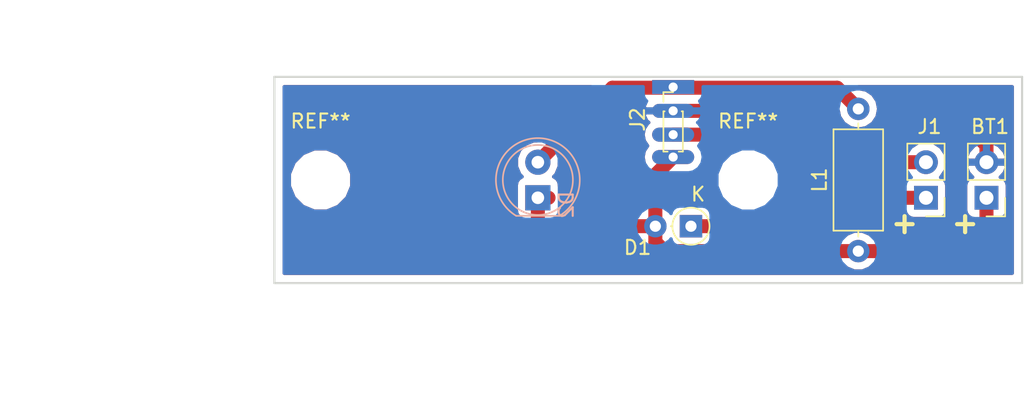
<source format=kicad_pcb>
(kicad_pcb (version 20171130) (host pcbnew 5.0.1-33cea8e~68~ubuntu18.04.1)

  (general
    (thickness 1.6)
    (drawings 14)
    (tracks 29)
    (zones 0)
    (modules 8)
    (nets 6)
  )

  (page A4)
  (layers
    (0 F.Cu signal)
    (31 B.Cu signal)
    (32 B.Adhes user)
    (33 F.Adhes user)
    (34 B.Paste user)
    (35 F.Paste user)
    (36 B.SilkS user)
    (37 F.SilkS user)
    (38 B.Mask user)
    (39 F.Mask user)
    (40 Dwgs.User user)
    (41 Cmts.User user)
    (42 Eco1.User user)
    (43 Eco2.User user)
    (44 Edge.Cuts user)
    (45 Margin user)
    (46 B.CrtYd user)
    (47 F.CrtYd user)
    (48 B.Fab user)
    (49 F.Fab user)
  )

  (setup
    (last_trace_width 0.25)
    (trace_clearance 0.2)
    (zone_clearance 0.508)
    (zone_45_only no)
    (trace_min 0.2)
    (segment_width 0.2)
    (edge_width 0.15)
    (via_size 0.8)
    (via_drill 0.4)
    (via_min_size 0.8)
    (via_min_drill 0.3)
    (uvia_size 0.3)
    (uvia_drill 0.1)
    (uvias_allowed no)
    (uvia_min_size 0.3)
    (uvia_min_drill 0.1)
    (pcb_text_width 0.3)
    (pcb_text_size 1.5 1.5)
    (mod_edge_width 0.15)
    (mod_text_size 1 1)
    (mod_text_width 0.15)
    (pad_size 3.2 3.2)
    (pad_drill 3.2)
    (pad_to_mask_clearance 0.051)
    (solder_mask_min_width 0.25)
    (aux_axis_origin 0 0)
    (visible_elements FFFFFF7F)
    (pcbplotparams
      (layerselection 0x010f0_ffffffff)
      (usegerberextensions true)
      (usegerberattributes false)
      (usegerberadvancedattributes false)
      (creategerberjobfile false)
      (excludeedgelayer true)
      (linewidth 0.100000)
      (plotframeref false)
      (viasonmask false)
      (mode 1)
      (useauxorigin false)
      (hpglpennumber 1)
      (hpglpenspeed 20)
      (hpglpendiameter 15.000000)
      (psnegative false)
      (psa4output false)
      (plotreference true)
      (plotvalue true)
      (plotinvisibletext false)
      (padsonsilk true)
      (subtractmaskfromsilk false)
      (outputformat 1)
      (mirror false)
      (drillshape 0)
      (scaleselection 1)
      (outputdirectory "TEST190318/"))
  )

  (net 0 "")
  (net 1 "Net-(BT1-Pad1)")
  (net 2 GND)
  (net 3 "Net-(D1-Pad1)")
  (net 4 "Net-(D2-Pad2)")
  (net 5 "Net-(J1-Pad2)")

  (net_class Default "This is the default net class."
    (clearance 0.2)
    (trace_width 0.25)
    (via_dia 0.8)
    (via_drill 0.4)
    (uvia_dia 0.3)
    (uvia_drill 0.1)
    (add_net GND)
    (add_net "Net-(BT1-Pad1)")
    (add_net "Net-(D1-Pad1)")
    (add_net "Net-(D2-Pad2)")
    (add_net "Net-(J1-Pad2)")
  )

  (module MountingHole:MountingHole_3.2mm_M3 (layer F.Cu) (tedit 56D1B4CB) (tstamp 5C9B3E1D)
    (at 149.62 100.33)
    (descr "Mounting Hole 3.2mm, no annular, M3")
    (tags "mounting hole 3.2mm no annular m3")
    (attr virtual)
    (fp_text reference REF** (at 0 -4.2) (layer F.SilkS)
      (effects (font (size 1 1) (thickness 0.15)))
    )
    (fp_text value MountingHole_3.2mm_M3 (at 7.118 -5.842) (layer F.Fab)
      (effects (font (size 1 1) (thickness 0.15)))
    )
    (fp_text user %R (at 0.3 0) (layer F.Fab)
      (effects (font (size 1 1) (thickness 0.15)))
    )
    (fp_circle (center 0 0) (end 3.2 0) (layer Cmts.User) (width 0.15))
    (fp_circle (center 0 0) (end 3.45 0) (layer F.CrtYd) (width 0.05))
    (pad 1 np_thru_hole circle (at 0 0) (size 3.2 3.2) (drill 3.2) (layers *.Cu *.Mask))
  )

  (module Connector_PinHeader_1.00mm:PinHeader_1x04_P1.00mm_Vertical (layer F.Cu) (tedit 5C1126AA) (tstamp 5BCF5ECB)
    (at 144.272 94.742)
    (descr "Through hole straight pin header, 1x04, 1.00mm pitch, single row")
    (tags "Through hole pin header THT 1x04 1.00mm single row")
    (path /5BC2EFDD)
    (fp_text reference J2 (at -2.54 1.27 90) (layer F.SilkS)
      (effects (font (size 1 1) (thickness 0.15)))
    )
    (fp_text value XY8018 (at -4.064 1.27 90) (layer F.Fab)
      (effects (font (size 1 1) (thickness 0.15)))
    )
    (fp_line (start -0.3175 -0.5) (end 0.635 -0.5) (layer F.Fab) (width 0.1))
    (fp_line (start 0.635 -0.5) (end 0.635 3.5) (layer F.Fab) (width 0.1))
    (fp_line (start 0.635 3.5) (end -0.635 3.5) (layer F.Fab) (width 0.1))
    (fp_line (start -0.635 3.5) (end -0.635 -0.1825) (layer F.Fab) (width 0.1))
    (fp_line (start -0.635 -0.1825) (end -0.3175 -0.5) (layer F.Fab) (width 0.1))
    (fp_line (start -0.695 3.56) (end -0.394493 3.56) (layer F.SilkS) (width 0.12))
    (fp_line (start 0.394493 3.56) (end 0.695 3.56) (layer F.SilkS) (width 0.12))
    (fp_line (start -0.695 0.685) (end -0.695 3.56) (layer F.SilkS) (width 0.12))
    (fp_line (start 0.695 0.685) (end 0.695 3.56) (layer F.SilkS) (width 0.12))
    (fp_line (start -0.695 0.685) (end -0.608276 0.685) (layer F.SilkS) (width 0.12))
    (fp_line (start 0.608276 0.685) (end 0.695 0.685) (layer F.SilkS) (width 0.12))
    (fp_line (start -0.695 0) (end -0.695 -0.685) (layer F.SilkS) (width 0.12))
    (fp_line (start -0.695 -0.685) (end 0 -0.685) (layer F.SilkS) (width 0.12))
    (fp_line (start -1.15 -1) (end -1.15 4) (layer F.CrtYd) (width 0.05))
    (fp_line (start -1.15 4) (end 1.15 4) (layer F.CrtYd) (width 0.05))
    (fp_line (start 1.15 4) (end 1.15 -1) (layer F.CrtYd) (width 0.05))
    (fp_line (start 1.15 -1) (end -1.15 -1) (layer F.CrtYd) (width 0.05))
    (fp_text user %R (at -2.54 1.524 90) (layer F.Fab)
      (effects (font (size 0.76 0.76) (thickness 0.114)))
    )
    (pad 1 thru_hole rect (at 0 -1.05) (size 3 1) (drill 0.65) (layers *.Cu *.Mask)
      (net 4 "Net-(D2-Pad2)"))
    (pad 2 thru_hole oval (at 0 0.65) (size 3 1) (drill 0.65) (layers *.Cu *.Mask)
      (net 2 GND))
    (pad 3 thru_hole oval (at 0 2.35) (size 3 1) (drill 0.65) (layers *.Cu *.Mask)
      (net 5 "Net-(J1-Pad2)"))
    (pad 4 thru_hole oval (at 0 3.95) (size 3 1) (drill 0.65) (layers *.Cu *.Mask)
      (net 1 "Net-(BT1-Pad1)"))
    (model ${KISYS3DMOD}/Connector_PinHeader_1.00mm.3dshapes/PinHeader_1x04_P1.00mm_Vertical.wrl
      (at (xyz 0 0 0))
      (scale (xyz 1 1 1))
      (rotate (xyz 0 0 0))
    )
  )

  (module Connector_PinHeader_2.54mm:PinHeader_1x02_P2.54mm_Vertical (layer F.Cu) (tedit 59FED5CC) (tstamp 5BCF5E78)
    (at 166.624 101.6 180)
    (descr "Through hole straight pin header, 1x02, 2.54mm pitch, single row")
    (tags "Through hole pin header THT 1x02 2.54mm single row")
    (path /5BC2E662)
    (fp_text reference BT1 (at -0.254 5.08 180) (layer F.SilkS)
      (effects (font (size 1 1) (thickness 0.15)))
    )
    (fp_text value Battery_Cell (at 2.54 -4.445 180) (layer F.Fab)
      (effects (font (size 1 1) (thickness 0.15)))
    )
    (fp_line (start -0.635 -1.27) (end 1.27 -1.27) (layer F.Fab) (width 0.1))
    (fp_line (start 1.27 -1.27) (end 1.27 3.81) (layer F.Fab) (width 0.1))
    (fp_line (start 1.27 3.81) (end -1.27 3.81) (layer F.Fab) (width 0.1))
    (fp_line (start -1.27 3.81) (end -1.27 -0.635) (layer F.Fab) (width 0.1))
    (fp_line (start -1.27 -0.635) (end -0.635 -1.27) (layer F.Fab) (width 0.1))
    (fp_line (start -1.33 3.87) (end 1.33 3.87) (layer F.SilkS) (width 0.12))
    (fp_line (start -1.33 1.27) (end -1.33 3.87) (layer F.SilkS) (width 0.12))
    (fp_line (start 1.33 1.27) (end 1.33 3.87) (layer F.SilkS) (width 0.12))
    (fp_line (start -1.33 1.27) (end 1.33 1.27) (layer F.SilkS) (width 0.12))
    (fp_line (start -1.33 0) (end -1.33 -1.33) (layer F.SilkS) (width 0.12))
    (fp_line (start -1.33 -1.33) (end 0 -1.33) (layer F.SilkS) (width 0.12))
    (fp_line (start -1.8 -1.8) (end -1.8 4.35) (layer F.CrtYd) (width 0.05))
    (fp_line (start -1.8 4.35) (end 1.8 4.35) (layer F.CrtYd) (width 0.05))
    (fp_line (start 1.8 4.35) (end 1.8 -1.8) (layer F.CrtYd) (width 0.05))
    (fp_line (start 1.8 -1.8) (end -1.8 -1.8) (layer F.CrtYd) (width 0.05))
    (fp_text user %R (at 0 5.08) (layer F.Fab)
      (effects (font (size 1 1) (thickness 0.15)))
    )
    (pad 1 thru_hole rect (at 0 0 180) (size 1.7 1.7) (drill 1) (layers *.Cu *.Mask)
      (net 1 "Net-(BT1-Pad1)"))
    (pad 2 thru_hole oval (at 0 2.54 180) (size 1.7 1.7) (drill 1) (layers *.Cu *.Mask)
      (net 2 GND))
    (model ${KISYS3DMOD}/Connector_PinHeader_2.54mm.3dshapes/PinHeader_1x02_P2.54mm_Vertical.wrl
      (at (xyz 0 0 0))
      (scale (xyz 1 1 1))
      (rotate (xyz 0 0 0))
    )
  )

  (module Diode_THT:D_DO-35_SOD27_P2.54mm_Vertical_AnodeUp (layer F.Cu) (tedit 5C1DE7F8) (tstamp 5BCF5E89)
    (at 145.542 103.632 180)
    (descr "Diode, DO-35_SOD27 series, Axial, Vertical, pin pitch=2.54mm, , length*diameter=4*2mm^2, , http://www.diodes.com/_files/packages/DO-35.pdf")
    (tags "Diode DO-35_SOD27 series Axial Vertical pin pitch 2.54mm  length 4mm diameter 2mm")
    (path /5BC2E746)
    (fp_text reference D1 (at 3.81 -1.524 180) (layer F.SilkS)
      (effects (font (size 1 1) (thickness 0.15)))
    )
    (fp_text value DIODE (at -3.81 0 180) (layer F.Fab)
      (effects (font (size 1 1) (thickness 0.15)))
    )
    (fp_circle (center 0 0) (end 1 0) (layer F.Fab) (width 0.1))
    (fp_circle (center 0 0) (end 1.326371 0) (layer F.SilkS) (width 0.12))
    (fp_line (start 0 0) (end 2.54 0) (layer F.Fab) (width 0.1))
    (fp_line (start 1.326371 0) (end 1.44 0) (layer F.SilkS) (width 0.12))
    (fp_line (start -1.25 -1.25) (end -1.25 1.25) (layer F.CrtYd) (width 0.05))
    (fp_line (start -1.25 1.25) (end 3.59 1.25) (layer F.CrtYd) (width 0.05))
    (fp_line (start 3.59 1.25) (end 3.59 -1.25) (layer F.CrtYd) (width 0.05))
    (fp_line (start 3.59 -1.25) (end -1.25 -1.25) (layer F.CrtYd) (width 0.05))
    (fp_text user %R (at 3.81 -1.27 180) (layer F.Fab)
      (effects (font (size 1 1) (thickness 0.15)))
    )
    (fp_text user K (at -0.762 2.286 180) (layer F.Fab)
      (effects (font (size 1 1) (thickness 0.15)))
    )
    (fp_text user K (at -0.508 2.286 180) (layer F.SilkS)
      (effects (font (size 1 1) (thickness 0.15)))
    )
    (pad 1 thru_hole rect (at 0 0 180) (size 1.6 1.6) (drill 0.8) (layers *.Cu *.Mask)
      (net 3 "Net-(D1-Pad1)"))
    (pad 2 thru_hole oval (at 2.54 0 180) (size 1.6 1.6) (drill 0.8) (layers *.Cu *.Mask)
      (net 1 "Net-(BT1-Pad1)"))
    (model ${KISYS3DMOD}/Diode_THT.3dshapes/D_DO-35_SOD27_P2.54mm_Vertical_AnodeUp.wrl
      (at (xyz 0 0 0))
      (scale (xyz 1 1 1))
      (rotate (xyz 0 0 0))
    )
  )

  (module LED_THT:LED_D5.0mm (layer B.Cu) (tedit 5995936A) (tstamp 5BCF5E9B)
    (at 134.62 101.6 90)
    (descr "LED, diameter 5.0mm, 2 pins, http://cdn-reichelt.de/documents/datenblatt/A500/LL-504BC2E-009.pdf")
    (tags "LED diameter 5.0mm 2 pins")
    (path /5BC2ECD9)
    (fp_text reference D2 (at -0.508 2.032 90) (layer B.SilkS)
      (effects (font (size 1 1) (thickness 0.15)) (justify mirror))
    )
    (fp_text value LED (at 1.27 -3.96 90) (layer B.Fab)
      (effects (font (size 1 1) (thickness 0.15)) (justify mirror))
    )
    (fp_arc (start 1.27 0) (end -1.23 1.469694) (angle -299.1) (layer B.Fab) (width 0.1))
    (fp_arc (start 1.27 0) (end -1.29 1.54483) (angle -148.9) (layer B.SilkS) (width 0.12))
    (fp_arc (start 1.27 0) (end -1.29 -1.54483) (angle 148.9) (layer B.SilkS) (width 0.12))
    (fp_circle (center 1.27 0) (end 3.77 0) (layer B.Fab) (width 0.1))
    (fp_circle (center 1.27 0) (end 3.77 0) (layer B.SilkS) (width 0.12))
    (fp_line (start -1.23 1.469694) (end -1.23 -1.469694) (layer B.Fab) (width 0.1))
    (fp_line (start -1.29 1.545) (end -1.29 -1.545) (layer B.SilkS) (width 0.12))
    (fp_line (start -1.95 3.25) (end -1.95 -3.25) (layer B.CrtYd) (width 0.05))
    (fp_line (start -1.95 -3.25) (end 4.5 -3.25) (layer B.CrtYd) (width 0.05))
    (fp_line (start 4.5 -3.25) (end 4.5 3.25) (layer B.CrtYd) (width 0.05))
    (fp_line (start 4.5 3.25) (end -1.95 3.25) (layer B.CrtYd) (width 0.05))
    (fp_text user %R (at 3.556 1.778 90) (layer B.Fab)
      (effects (font (size 0.8 0.8) (thickness 0.2)) (justify mirror))
    )
    (pad 1 thru_hole rect (at 0 0 90) (size 1.8 1.8) (drill 0.9) (layers *.Cu *.Mask)
      (net 1 "Net-(BT1-Pad1)"))
    (pad 2 thru_hole circle (at 2.54 0 90) (size 1.8 1.8) (drill 0.9) (layers *.Cu *.Mask)
      (net 4 "Net-(D2-Pad2)"))
    (model ${KISYS3DMOD}/LED_THT.3dshapes/LED_D5.0mm.wrl
      (at (xyz 0 0 0))
      (scale (xyz 1 1 1))
      (rotate (xyz 0 0 0))
    )
  )

  (module Connector_PinHeader_2.54mm:PinHeader_1x02_P2.54mm_Vertical (layer F.Cu) (tedit 5BC2F80A) (tstamp 5BCF5EB1)
    (at 162.306 101.6 180)
    (descr "Through hole straight pin header, 1x02, 2.54mm pitch, single row")
    (tags "Through hole pin header THT 1x02 2.54mm single row")
    (path /5BC2EDD6)
    (fp_text reference J1 (at -0.254 5.08 180) (layer F.SilkS)
      (effects (font (size 1 1) (thickness 0.15)))
    )
    (fp_text value Solar (at 0.635 -2.54 180) (layer F.Fab)
      (effects (font (size 1 1) (thickness 0.15)))
    )
    (fp_text user %R (at 0 5.08) (layer F.Fab)
      (effects (font (size 1 1) (thickness 0.15)))
    )
    (fp_line (start 1.8 -1.8) (end -1.8 -1.8) (layer F.CrtYd) (width 0.05))
    (fp_line (start 1.8 4.35) (end 1.8 -1.8) (layer F.CrtYd) (width 0.05))
    (fp_line (start -1.8 4.35) (end 1.8 4.35) (layer F.CrtYd) (width 0.05))
    (fp_line (start -1.8 -1.8) (end -1.8 4.35) (layer F.CrtYd) (width 0.05))
    (fp_line (start -1.33 -1.33) (end 0 -1.33) (layer F.SilkS) (width 0.12))
    (fp_line (start -1.33 0) (end -1.33 -1.33) (layer F.SilkS) (width 0.12))
    (fp_line (start -1.33 1.27) (end 1.33 1.27) (layer F.SilkS) (width 0.12))
    (fp_line (start 1.33 1.27) (end 1.33 3.87) (layer F.SilkS) (width 0.12))
    (fp_line (start -1.33 1.27) (end -1.33 3.87) (layer F.SilkS) (width 0.12))
    (fp_line (start -1.33 3.87) (end 1.33 3.87) (layer F.SilkS) (width 0.12))
    (fp_line (start -1.27 -0.635) (end -0.635 -1.27) (layer F.Fab) (width 0.1))
    (fp_line (start -1.27 3.81) (end -1.27 -0.635) (layer F.Fab) (width 0.1))
    (fp_line (start 1.27 3.81) (end -1.27 3.81) (layer F.Fab) (width 0.1))
    (fp_line (start 1.27 -1.27) (end 1.27 3.81) (layer F.Fab) (width 0.1))
    (fp_line (start -0.635 -1.27) (end 1.27 -1.27) (layer F.Fab) (width 0.1))
    (pad 2 thru_hole oval (at 0 2.54 180) (size 1.7 1.7) (drill 1) (layers *.Cu *.Mask)
      (net 5 "Net-(J1-Pad2)"))
    (pad 1 thru_hole rect (at 0 0 180) (size 1.7 1.7) (drill 1) (layers *.Cu *.Mask)
      (net 3 "Net-(D1-Pad1)"))
    (model ${KISYS3DMOD}/Connector_PinHeader_2.54mm.3dshapes/PinHeader_1x02_P2.54mm_Vertical.wrl
      (at (xyz 0 0 0))
      (scale (xyz 1 1 1))
      (rotate (xyz 0 0 0))
    )
  )

  (module Inductor_THT:L_Axial_L7.0mm_D3.3mm_P10.16mm_Horizontal_Fastron_MICC (layer F.Cu) (tedit 5AE59B05) (tstamp 5BCF5EE2)
    (at 157.48 105.41 90)
    (descr "Inductor, Axial series, Axial, Horizontal, pin pitch=10.16mm, , length*diameter=7*3.3mm^2, Fastron, MICC, http://www.fastrongroup.com/image-show/70/MICC.pdf?type=Complete-DataSheet&productType=series")
    (tags "Inductor Axial series Axial Horizontal pin pitch 10.16mm  length 7mm diameter 3.3mm Fastron MICC")
    (path /5BC2EBC5)
    (fp_text reference L1 (at 5.08 -2.77 90) (layer F.SilkS)
      (effects (font (size 1 1) (thickness 0.15)))
    )
    (fp_text value INDUCTOR (at 5.08 1.27 90) (layer F.Fab)
      (effects (font (size 1 1) (thickness 0.15)))
    )
    (fp_line (start 1.58 -1.65) (end 1.58 1.65) (layer F.Fab) (width 0.1))
    (fp_line (start 1.58 1.65) (end 8.58 1.65) (layer F.Fab) (width 0.1))
    (fp_line (start 8.58 1.65) (end 8.58 -1.65) (layer F.Fab) (width 0.1))
    (fp_line (start 8.58 -1.65) (end 1.58 -1.65) (layer F.Fab) (width 0.1))
    (fp_line (start 0 0) (end 1.58 0) (layer F.Fab) (width 0.1))
    (fp_line (start 10.16 0) (end 8.58 0) (layer F.Fab) (width 0.1))
    (fp_line (start 1.46 -1.77) (end 1.46 1.77) (layer F.SilkS) (width 0.12))
    (fp_line (start 1.46 1.77) (end 8.7 1.77) (layer F.SilkS) (width 0.12))
    (fp_line (start 8.7 1.77) (end 8.7 -1.77) (layer F.SilkS) (width 0.12))
    (fp_line (start 8.7 -1.77) (end 1.46 -1.77) (layer F.SilkS) (width 0.12))
    (fp_line (start 1.04 0) (end 1.46 0) (layer F.SilkS) (width 0.12))
    (fp_line (start 9.12 0) (end 8.7 0) (layer F.SilkS) (width 0.12))
    (fp_line (start -1.05 -1.9) (end -1.05 1.9) (layer F.CrtYd) (width 0.05))
    (fp_line (start -1.05 1.9) (end 11.21 1.9) (layer F.CrtYd) (width 0.05))
    (fp_line (start 11.21 1.9) (end 11.21 -1.9) (layer F.CrtYd) (width 0.05))
    (fp_line (start 11.21 -1.9) (end -1.05 -1.9) (layer F.CrtYd) (width 0.05))
    (fp_text user %R (at 5.334 -2.794 90) (layer F.Fab)
      (effects (font (size 1 1) (thickness 0.15)))
    )
    (pad 1 thru_hole circle (at 0 0 90) (size 1.6 1.6) (drill 0.8) (layers *.Cu *.Mask)
      (net 1 "Net-(BT1-Pad1)"))
    (pad 2 thru_hole oval (at 10.16 0 90) (size 1.6 1.6) (drill 0.8) (layers *.Cu *.Mask)
      (net 4 "Net-(D2-Pad2)"))
    (model ${KISYS3DMOD}/Inductor_THT.3dshapes/L_Axial_L7.0mm_D3.3mm_P10.16mm_Horizontal_Fastron_MICC.wrl
      (at (xyz 0 0 0))
      (scale (xyz 1 1 1))
      (rotate (xyz 0 0 0))
    )
  )

  (module MountingHole:MountingHole_3.2mm_M3 (layer F.Cu) (tedit 56D1B4CB) (tstamp 5C9B3D5D)
    (at 119.12 100.33)
    (descr "Mounting Hole 3.2mm, no annular, M3")
    (tags "mounting hole 3.2mm no annular m3")
    (attr virtual)
    (fp_text reference REF** (at 0 -4.2) (layer F.SilkS)
      (effects (font (size 1 1) (thickness 0.15)))
    )
    (fp_text value MountingHole_3.2mm_M3 (at 7.118 -5.842) (layer F.Fab)
      (effects (font (size 1 1) (thickness 0.15)))
    )
    (fp_circle (center 0 0) (end 3.45 0) (layer F.CrtYd) (width 0.05))
    (fp_circle (center 0 0) (end 3.2 0) (layer Cmts.User) (width 0.15))
    (fp_text user %R (at 0.3 0) (layer F.Fab)
      (effects (font (size 1 1) (thickness 0.15)))
    )
    (pad 1 np_thru_hole circle (at 0 0) (size 3.2 3.2) (drill 3.2) (layers *.Cu *.Mask))
  )

  (gr_text GeeTsuku (at 122.936 105.156) (layer F.CrtYd)
    (effects (font (size 1.5 1.5) (thickness 0.3)))
  )
  (dimension 15.748 (width 0.3) (layer F.CrtYd)
    (gr_text "15.748 mm" (at 161.29 117.416) (layer F.CrtYd)
      (effects (font (size 1.5 1.5) (thickness 0.3)))
    )
    (feature1 (pts (xy 169.164 100.33) (xy 169.164 115.902421)))
    (feature2 (pts (xy 153.416 100.33) (xy 153.416 115.902421)))
    (crossbar (pts (xy 153.416 115.316) (xy 169.164 115.316)))
    (arrow1a (pts (xy 169.164 115.316) (xy 168.037496 115.902421)))
    (arrow1b (pts (xy 169.164 115.316) (xy 168.037496 114.729579)))
    (arrow2a (pts (xy 153.416 115.316) (xy 154.542504 115.902421)))
    (arrow2b (pts (xy 153.416 115.316) (xy 154.542504 114.729579)))
  )
  (dimension 53.34 (width 0.3) (layer F.CrtYd)
    (gr_text "53.340 mm" (at 142.494 88.578) (layer F.CrtYd)
      (effects (font (size 1.5 1.5) (thickness 0.3)))
    )
    (feature1 (pts (xy 169.164 92.964) (xy 169.164 90.091579)))
    (feature2 (pts (xy 115.824 92.964) (xy 115.824 90.091579)))
    (crossbar (pts (xy 115.824 90.678) (xy 169.164 90.678)))
    (arrow1a (pts (xy 169.164 90.678) (xy 168.037496 91.264421)))
    (arrow1b (pts (xy 169.164 90.678) (xy 168.037496 90.091579)))
    (arrow2a (pts (xy 115.824 90.678) (xy 116.950504 91.264421)))
    (arrow2b (pts (xy 115.824 90.678) (xy 116.950504 90.091579)))
  )
  (gr_line (start 115.824 107.696) (end 169.164 107.696) (layer Edge.Cuts) (width 0.15))
  (gr_line (start 169.164 92.964) (end 115.824 92.964) (layer Edge.Cuts) (width 0.15))
  (dimension 18.796 (width 0.3) (layer Dwgs.User)
    (gr_text "18.796 mm" (at 144.018 117.416) (layer Dwgs.User)
      (effects (font (size 1.5 1.5) (thickness 0.3)))
    )
    (feature1 (pts (xy 153.416 100.33) (xy 153.416 115.902421)))
    (feature2 (pts (xy 134.62 100.33) (xy 134.62 115.902421)))
    (crossbar (pts (xy 134.62 115.316) (xy 153.416 115.316)))
    (arrow1a (pts (xy 153.416 115.316) (xy 152.289496 115.902421)))
    (arrow1b (pts (xy 153.416 115.316) (xy 152.289496 114.729579)))
    (arrow2a (pts (xy 134.62 115.316) (xy 135.746504 115.902421)))
    (arrow2b (pts (xy 134.62 115.316) (xy 135.746504 114.729579)))
  )
  (dimension 18.796 (width 0.3) (layer Dwgs.User)
    (gr_text "18.796 mm" (at 125.222 117.416) (layer Dwgs.User)
      (effects (font (size 1.5 1.5) (thickness 0.3)))
    )
    (feature1 (pts (xy 115.824 100.33) (xy 115.824 115.902421)))
    (feature2 (pts (xy 134.62 100.33) (xy 134.62 115.902421)))
    (crossbar (pts (xy 134.62 115.316) (xy 115.824 115.316)))
    (arrow1a (pts (xy 115.824 115.316) (xy 116.950504 114.729579)))
    (arrow1b (pts (xy 115.824 115.316) (xy 116.950504 115.902421)))
    (arrow2a (pts (xy 134.62 115.316) (xy 133.493496 114.729579)))
    (arrow2b (pts (xy 134.62 115.316) (xy 133.493496 115.902421)))
  )
  (dimension 7.366 (width 0.3) (layer Dwgs.User)
    (gr_text "7.366 mm" (at 107.882 104.013 90) (layer Dwgs.User)
      (effects (font (size 1.5 1.5) (thickness 0.3)))
    )
    (feature1 (pts (xy 115.824 100.33) (xy 109.395579 100.33)))
    (feature2 (pts (xy 115.824 107.696) (xy 109.395579 107.696)))
    (crossbar (pts (xy 109.982 107.696) (xy 109.982 100.33)))
    (arrow1a (pts (xy 109.982 100.33) (xy 110.568421 101.456504)))
    (arrow1b (pts (xy 109.982 100.33) (xy 109.395579 101.456504)))
    (arrow2a (pts (xy 109.982 107.696) (xy 110.568421 106.569496)))
    (arrow2b (pts (xy 109.982 107.696) (xy 109.395579 106.569496)))
  )
  (dimension 7.366 (width 0.3) (layer Dwgs.User)
    (gr_text "7.366 mm" (at 107.742359 96.647 90) (layer Dwgs.User)
      (effects (font (size 1.5 1.5) (thickness 0.3)))
    )
    (feature1 (pts (xy 115.684359 92.964) (xy 109.255938 92.964)))
    (feature2 (pts (xy 115.684359 100.33) (xy 109.255938 100.33)))
    (crossbar (pts (xy 109.842359 100.33) (xy 109.842359 92.964)))
    (arrow1a (pts (xy 109.842359 92.964) (xy 110.42878 94.090504)))
    (arrow1b (pts (xy 109.842359 92.964) (xy 109.255938 94.090504)))
    (arrow2a (pts (xy 109.842359 100.33) (xy 110.42878 99.203496)))
    (arrow2b (pts (xy 109.842359 100.33) (xy 109.255938 99.203496)))
  )
  (dimension 14.732 (width 0.3) (layer Dwgs.User)
    (gr_text "14.732 mm" (at 101.786 100.33 270) (layer Dwgs.User)
      (effects (font (size 1.5 1.5) (thickness 0.3)))
    )
    (feature1 (pts (xy 115.824 107.696) (xy 103.299579 107.696)))
    (feature2 (pts (xy 115.824 92.964) (xy 103.299579 92.964)))
    (crossbar (pts (xy 103.886 92.964) (xy 103.886 107.696)))
    (arrow1a (pts (xy 103.886 107.696) (xy 103.299579 106.569496)))
    (arrow1b (pts (xy 103.886 107.696) (xy 104.472421 106.569496)))
    (arrow2a (pts (xy 103.886 92.964) (xy 103.299579 94.090504)))
    (arrow2b (pts (xy 103.886 92.964) (xy 104.472421 94.090504)))
  )
  (gr_line (start 169.164 107.696) (end 169.164 92.964) (layer Edge.Cuts) (width 0.15))
  (gr_line (start 115.824 92.964) (end 115.824 107.696) (layer Edge.Cuts) (width 0.15))
  (gr_text + (at 160.782 103.378) (layer F.SilkS)
    (effects (font (size 1.5 1.5) (thickness 0.3)))
  )
  (gr_text + (at 165.1 103.378) (layer F.SilkS)
    (effects (font (size 1.5 1.5) (thickness 0.3)))
  )

  (segment (start 135.382 101.6) (end 134.62 101.6) (width 1) (layer F.Cu) (net 1))
  (segment (start 158.61137 105.41) (end 157.48 105.41) (width 1) (layer F.Cu) (net 1))
  (segment (start 164.664 105.41) (end 158.61137 105.41) (width 1) (layer F.Cu) (net 1))
  (segment (start 166.624 103.45) (end 164.664 105.41) (width 1) (layer F.Cu) (net 1))
  (segment (start 166.624 101.6) (end 166.624 103.45) (width 1) (layer F.Cu) (net 1))
  (segment (start 143.002 104.76337) (end 143.002 103.632) (width 1) (layer F.Cu) (net 1))
  (segment (start 143.64863 105.41) (end 143.002 104.76337) (width 1) (layer F.Cu) (net 1))
  (segment (start 157.48 105.41) (end 143.64863 105.41) (width 1) (layer F.Cu) (net 1))
  (segment (start 143.002 99.962) (end 143.002 103.632) (width 1) (layer F.Cu) (net 1))
  (segment (start 144.272 98.692) (end 143.002 99.962) (width 1) (layer F.Cu) (net 1))
  (segment (start 134.62 103.5) (end 134.62 101.6) (width 1) (layer F.Cu) (net 1))
  (segment (start 134.752 103.632) (end 134.62 103.5) (width 1) (layer F.Cu) (net 1))
  (segment (start 143.002 103.632) (end 134.752 103.632) (width 1) (layer F.Cu) (net 1))
  (segment (start 166.624 97.857919) (end 165.032081 96.266) (width 1) (layer F.Cu) (net 2))
  (segment (start 166.624 99.06) (end 166.624 97.857919) (width 1) (layer F.Cu) (net 2))
  (segment (start 165.032081 96.266) (end 159.766 96.266) (width 1) (layer F.Cu) (net 2))
  (segment (start 159.766 96.266) (end 158.496 97.536) (width 1) (layer F.Cu) (net 2))
  (segment (start 158.496 97.536) (end 154.686 97.536) (width 1) (layer F.Cu) (net 2))
  (segment (start 152.542 95.392) (end 144.272 95.392) (width 1) (layer F.Cu) (net 2))
  (segment (start 154.686 97.536) (end 152.542 95.392) (width 1) (layer F.Cu) (net 2))
  (segment (start 152.908 103.632) (end 145.542 103.632) (width 1) (layer F.Cu) (net 3))
  (segment (start 162.306 101.6) (end 154.94 101.6) (width 1) (layer F.Cu) (net 3))
  (segment (start 154.94 101.6) (end 152.908 103.632) (width 1) (layer F.Cu) (net 3))
  (segment (start 139.94099 93.73901) (end 134.62 99.06) (width 1) (layer F.Cu) (net 4))
  (segment (start 157.48 95.25) (end 155.96901 93.73901) (width 1) (layer F.Cu) (net 4))
  (segment (start 155.96901 93.73901) (end 139.94099 93.73901) (width 1) (layer F.Cu) (net 4))
  (segment (start 162.306 99.06) (end 153.67 99.06) (width 1) (layer F.Cu) (net 5))
  (segment (start 151.702 97.092) (end 144.272 97.092) (width 1) (layer F.Cu) (net 5))
  (segment (start 153.67 99.06) (end 151.702 97.092) (width 1) (layer F.Cu) (net 5))

  (zone (net 2) (net_name GND) (layer F.Cu) (tstamp 0) (hatch edge 0.508)
    (connect_pads (clearance 0.508))
    (min_thickness 0.254)
    (fill yes (arc_segments 16) (thermal_gap 0.508) (thermal_bridge_width 0.508))
    (polygon
      (pts
        (xy 115.824 92.964) (xy 115.824 107.696) (xy 169.164 107.696) (xy 169.164 92.964)
      )
    )
    (filled_polygon
      (pts
        (xy 134.549869 97.525) (xy 134.31467 97.525) (xy 133.750493 97.75869) (xy 133.31869 98.190493) (xy 133.085 98.75467)
        (xy 133.085 99.36533) (xy 133.31869 99.929507) (xy 133.487908 100.098725) (xy 133.472235 100.101843) (xy 133.262191 100.242191)
        (xy 133.121843 100.452235) (xy 133.07256 100.7) (xy 133.07256 102.5) (xy 133.121843 102.747765) (xy 133.262191 102.957809)
        (xy 133.472235 103.098157) (xy 133.485 103.100696) (xy 133.485 103.388216) (xy 133.462765 103.5) (xy 133.538702 103.881762)
        (xy 133.550854 103.942854) (xy 133.801711 104.318289) (xy 133.880839 104.371161) (xy 133.933711 104.450289) (xy 134.309145 104.701146)
        (xy 134.49148 104.737415) (xy 134.751999 104.789235) (xy 134.863782 104.767) (xy 141.845487 104.767) (xy 141.867 104.875152)
        (xy 141.932854 105.206224) (xy 142.183711 105.581659) (xy 142.278482 105.644983) (xy 142.767017 106.133518) (xy 142.830341 106.228289)
        (xy 143.205775 106.479146) (xy 143.64863 106.567235) (xy 143.760413 106.545) (xy 156.585604 106.545) (xy 156.667138 106.626534)
        (xy 157.194561 106.845) (xy 157.765439 106.845) (xy 158.292862 106.626534) (xy 158.374396 106.545) (xy 164.552217 106.545)
        (xy 164.664 106.567235) (xy 164.775783 106.545) (xy 165.106855 106.479146) (xy 165.482289 106.228289) (xy 165.545613 106.133519)
        (xy 167.347524 104.331609) (xy 167.442289 104.268289) (xy 167.571538 104.074855) (xy 167.693146 103.892855) (xy 167.781235 103.45)
        (xy 167.759 103.338217) (xy 167.759 103.023277) (xy 167.931809 102.907809) (xy 168.072157 102.697765) (xy 168.12144 102.45)
        (xy 168.12144 100.75) (xy 168.072157 100.502235) (xy 167.931809 100.292191) (xy 167.721765 100.151843) (xy 167.618292 100.131261)
        (xy 167.895645 99.826924) (xy 168.065476 99.41689) (xy 167.944155 99.187) (xy 166.751 99.187) (xy 166.751 99.207)
        (xy 166.497 99.207) (xy 166.497 99.187) (xy 165.303845 99.187) (xy 165.182524 99.41689) (xy 165.352355 99.826924)
        (xy 165.629708 100.131261) (xy 165.526235 100.151843) (xy 165.316191 100.292191) (xy 165.175843 100.502235) (xy 165.12656 100.75)
        (xy 165.12656 102.45) (xy 165.175843 102.697765) (xy 165.316191 102.907809) (xy 165.462978 103.00589) (xy 164.193869 104.275)
        (xy 158.374396 104.275) (xy 158.292862 104.193466) (xy 157.765439 103.975) (xy 157.194561 103.975) (xy 156.667138 104.193466)
        (xy 156.585604 104.275) (xy 153.870131 104.275) (xy 155.410132 102.735) (xy 160.882723 102.735) (xy 160.998191 102.907809)
        (xy 161.208235 103.048157) (xy 161.456 103.09744) (xy 163.156 103.09744) (xy 163.403765 103.048157) (xy 163.613809 102.907809)
        (xy 163.754157 102.697765) (xy 163.80344 102.45) (xy 163.80344 100.75) (xy 163.754157 100.502235) (xy 163.613809 100.292191)
        (xy 163.403765 100.151843) (xy 163.358381 100.142816) (xy 163.376625 100.130625) (xy 163.704839 99.639418) (xy 163.820092 99.06)
        (xy 163.749103 98.70311) (xy 165.182524 98.70311) (xy 165.303845 98.933) (xy 166.497 98.933) (xy 166.497 97.739181)
        (xy 166.751 97.739181) (xy 166.751 98.933) (xy 167.944155 98.933) (xy 168.065476 98.70311) (xy 167.895645 98.293076)
        (xy 167.505358 97.864817) (xy 166.980892 97.618514) (xy 166.751 97.739181) (xy 166.497 97.739181) (xy 166.267108 97.618514)
        (xy 165.742642 97.864817) (xy 165.352355 98.293076) (xy 165.182524 98.70311) (xy 163.749103 98.70311) (xy 163.704839 98.480582)
        (xy 163.376625 97.989375) (xy 162.885418 97.661161) (xy 162.452256 97.575) (xy 162.159744 97.575) (xy 161.726582 97.661161)
        (xy 161.331719 97.925) (xy 154.140132 97.925) (xy 152.583613 96.368482) (xy 152.520289 96.273711) (xy 152.144855 96.022854)
        (xy 151.813783 95.957) (xy 151.702 95.934765) (xy 151.590217 95.957) (xy 146.236921 95.957) (xy 146.366119 95.693874)
        (xy 146.239954 95.519) (xy 144.399 95.519) (xy 144.399 95.539) (xy 144.145 95.539) (xy 144.145 95.519)
        (xy 142.304046 95.519) (xy 142.177881 95.693874) (xy 142.379632 96.104763) (xy 142.524175 96.226629) (xy 142.453711 96.273711)
        (xy 142.202854 96.649145) (xy 142.114765 97.092) (xy 142.202854 97.534855) (xy 142.441491 97.892) (xy 142.202854 98.249145)
        (xy 142.114765 98.692) (xy 142.202163 99.131382) (xy 142.183711 99.143711) (xy 141.94374 99.502854) (xy 141.932854 99.519146)
        (xy 141.844765 99.962) (xy 141.867 100.073783) (xy 141.867001 102.497) (xy 136.16744 102.497) (xy 136.16744 102.440238)
        (xy 136.200289 102.418289) (xy 136.451146 102.042855) (xy 136.539235 101.6) (xy 136.451146 101.157145) (xy 136.200289 100.781711)
        (xy 136.16744 100.759762) (xy 136.16744 100.7) (xy 136.118157 100.452235) (xy 135.977809 100.242191) (xy 135.767765 100.101843)
        (xy 135.752092 100.098725) (xy 135.92131 99.929507) (xy 136.155 99.36533) (xy 136.155 99.130131) (xy 140.411122 94.87401)
        (xy 142.283996 94.87401) (xy 142.177881 95.090126) (xy 142.304046 95.265) (xy 144.145 95.265) (xy 144.145 95.245)
        (xy 144.399 95.245) (xy 144.399 95.265) (xy 146.239954 95.265) (xy 146.366119 95.090126) (xy 146.260004 94.87401)
        (xy 155.498879 94.87401) (xy 156.052151 95.427283) (xy 156.12826 95.809909) (xy 156.445423 96.284577) (xy 156.920091 96.60174)
        (xy 157.338667 96.685) (xy 157.621333 96.685) (xy 158.039909 96.60174) (xy 158.514577 96.284577) (xy 158.83174 95.809909)
        (xy 158.943113 95.25) (xy 158.83174 94.690091) (xy 158.514577 94.215423) (xy 158.039909 93.89826) (xy 157.657283 93.822151)
        (xy 157.509132 93.674) (xy 168.454001 93.674) (xy 168.454 106.986) (xy 116.534 106.986) (xy 116.534 99.885431)
        (xy 116.885 99.885431) (xy 116.885 100.774569) (xy 117.225259 101.596026) (xy 117.853974 102.224741) (xy 118.675431 102.565)
        (xy 119.564569 102.565) (xy 120.386026 102.224741) (xy 121.014741 101.596026) (xy 121.355 100.774569) (xy 121.355 99.885431)
        (xy 121.014741 99.063974) (xy 120.386026 98.435259) (xy 119.564569 98.095) (xy 118.675431 98.095) (xy 117.853974 98.435259)
        (xy 117.225259 99.063974) (xy 116.885 99.885431) (xy 116.534 99.885431) (xy 116.534 93.674) (xy 138.400868 93.674)
      )
    )
  )
  (zone (net 2) (net_name GND) (layer B.Cu) (tstamp 0) (hatch edge 0.508)
    (connect_pads (clearance 0.508))
    (min_thickness 0.254)
    (fill yes (arc_segments 16) (thermal_gap 0.508) (thermal_bridge_width 0.508))
    (polygon
      (pts
        (xy 115.824 92.964) (xy 115.824 107.696) (xy 169.164 107.696) (xy 169.164 92.964)
      )
    )
    (filled_polygon
      (pts
        (xy 142.12456 94.192) (xy 142.173843 94.439765) (xy 142.314191 94.649809) (xy 142.374346 94.690003) (xy 142.177881 95.090126)
        (xy 142.304046 95.265) (xy 144.145 95.265) (xy 144.145 95.245) (xy 144.399 95.245) (xy 144.399 95.265)
        (xy 146.239954 95.265) (xy 146.250775 95.25) (xy 156.016887 95.25) (xy 156.12826 95.809909) (xy 156.445423 96.284577)
        (xy 156.920091 96.60174) (xy 157.338667 96.685) (xy 157.621333 96.685) (xy 158.039909 96.60174) (xy 158.514577 96.284577)
        (xy 158.83174 95.809909) (xy 158.943113 95.25) (xy 158.83174 94.690091) (xy 158.514577 94.215423) (xy 158.039909 93.89826)
        (xy 157.621333 93.815) (xy 157.338667 93.815) (xy 156.920091 93.89826) (xy 156.445423 94.215423) (xy 156.12826 94.690091)
        (xy 156.016887 95.25) (xy 146.250775 95.25) (xy 146.366119 95.090126) (xy 146.169654 94.690003) (xy 146.229809 94.649809)
        (xy 146.370157 94.439765) (xy 146.41944 94.192) (xy 146.41944 93.674) (xy 168.454001 93.674) (xy 168.454 106.986)
        (xy 116.534 106.986) (xy 116.534 105.124561) (xy 156.045 105.124561) (xy 156.045 105.695439) (xy 156.263466 106.222862)
        (xy 156.667138 106.626534) (xy 157.194561 106.845) (xy 157.765439 106.845) (xy 158.292862 106.626534) (xy 158.696534 106.222862)
        (xy 158.915 105.695439) (xy 158.915 105.124561) (xy 158.696534 104.597138) (xy 158.292862 104.193466) (xy 157.765439 103.975)
        (xy 157.194561 103.975) (xy 156.667138 104.193466) (xy 156.263466 104.597138) (xy 156.045 105.124561) (xy 116.534 105.124561)
        (xy 116.534 103.632) (xy 141.538887 103.632) (xy 141.65026 104.191909) (xy 141.967423 104.666577) (xy 142.442091 104.98374)
        (xy 142.860667 105.067) (xy 143.143333 105.067) (xy 143.561909 104.98374) (xy 144.036577 104.666577) (xy 144.117215 104.545894)
        (xy 144.143843 104.679765) (xy 144.284191 104.889809) (xy 144.494235 105.030157) (xy 144.742 105.07944) (xy 146.342 105.07944)
        (xy 146.589765 105.030157) (xy 146.799809 104.889809) (xy 146.940157 104.679765) (xy 146.98944 104.432) (xy 146.98944 102.832)
        (xy 146.940157 102.584235) (xy 146.799809 102.374191) (xy 146.589765 102.233843) (xy 146.342 102.18456) (xy 144.742 102.18456)
        (xy 144.494235 102.233843) (xy 144.284191 102.374191) (xy 144.143843 102.584235) (xy 144.117215 102.718106) (xy 144.036577 102.597423)
        (xy 143.561909 102.28026) (xy 143.143333 102.197) (xy 142.860667 102.197) (xy 142.442091 102.28026) (xy 141.967423 102.597423)
        (xy 141.65026 103.072091) (xy 141.538887 103.632) (xy 116.534 103.632) (xy 116.534 99.885431) (xy 116.885 99.885431)
        (xy 116.885 100.774569) (xy 117.225259 101.596026) (xy 117.853974 102.224741) (xy 118.675431 102.565) (xy 119.564569 102.565)
        (xy 120.386026 102.224741) (xy 121.014741 101.596026) (xy 121.355 100.774569) (xy 121.355 100.7) (xy 133.07256 100.7)
        (xy 133.07256 102.5) (xy 133.121843 102.747765) (xy 133.262191 102.957809) (xy 133.472235 103.098157) (xy 133.72 103.14744)
        (xy 135.52 103.14744) (xy 135.767765 103.098157) (xy 135.977809 102.957809) (xy 136.118157 102.747765) (xy 136.16744 102.5)
        (xy 136.16744 100.7) (xy 136.118157 100.452235) (xy 135.977809 100.242191) (xy 135.767765 100.101843) (xy 135.752092 100.098725)
        (xy 135.92131 99.929507) (xy 135.939566 99.885431) (xy 147.385 99.885431) (xy 147.385 100.774569) (xy 147.725259 101.596026)
        (xy 148.353974 102.224741) (xy 149.175431 102.565) (xy 150.064569 102.565) (xy 150.886026 102.224741) (xy 151.514741 101.596026)
        (xy 151.855 100.774569) (xy 151.855 99.885431) (xy 151.514741 99.063974) (xy 151.510767 99.06) (xy 160.791908 99.06)
        (xy 160.907161 99.639418) (xy 161.235375 100.130625) (xy 161.253619 100.142816) (xy 161.208235 100.151843) (xy 160.998191 100.292191)
        (xy 160.857843 100.502235) (xy 160.80856 100.75) (xy 160.80856 102.45) (xy 160.857843 102.697765) (xy 160.998191 102.907809)
        (xy 161.208235 103.048157) (xy 161.456 103.09744) (xy 163.156 103.09744) (xy 163.403765 103.048157) (xy 163.613809 102.907809)
        (xy 163.754157 102.697765) (xy 163.80344 102.45) (xy 163.80344 100.75) (xy 165.12656 100.75) (xy 165.12656 102.45)
        (xy 165.175843 102.697765) (xy 165.316191 102.907809) (xy 165.526235 103.048157) (xy 165.774 103.09744) (xy 167.474 103.09744)
        (xy 167.721765 103.048157) (xy 167.931809 102.907809) (xy 168.072157 102.697765) (xy 168.12144 102.45) (xy 168.12144 100.75)
        (xy 168.072157 100.502235) (xy 167.931809 100.292191) (xy 167.721765 100.151843) (xy 167.618292 100.131261) (xy 167.895645 99.826924)
        (xy 168.065476 99.41689) (xy 167.944155 99.187) (xy 166.751 99.187) (xy 166.751 99.207) (xy 166.497 99.207)
        (xy 166.497 99.187) (xy 165.303845 99.187) (xy 165.182524 99.41689) (xy 165.352355 99.826924) (xy 165.629708 100.131261)
        (xy 165.526235 100.151843) (xy 165.316191 100.292191) (xy 165.175843 100.502235) (xy 165.12656 100.75) (xy 163.80344 100.75)
        (xy 163.754157 100.502235) (xy 163.613809 100.292191) (xy 163.403765 100.151843) (xy 163.358381 100.142816) (xy 163.376625 100.130625)
        (xy 163.704839 99.639418) (xy 163.820092 99.06) (xy 163.749103 98.70311) (xy 165.182524 98.70311) (xy 165.303845 98.933)
        (xy 166.497 98.933) (xy 166.497 97.739181) (xy 166.751 97.739181) (xy 166.751 98.933) (xy 167.944155 98.933)
        (xy 168.065476 98.70311) (xy 167.895645 98.293076) (xy 167.505358 97.864817) (xy 166.980892 97.618514) (xy 166.751 97.739181)
        (xy 166.497 97.739181) (xy 166.267108 97.618514) (xy 165.742642 97.864817) (xy 165.352355 98.293076) (xy 165.182524 98.70311)
        (xy 163.749103 98.70311) (xy 163.704839 98.480582) (xy 163.376625 97.989375) (xy 162.885418 97.661161) (xy 162.452256 97.575)
        (xy 162.159744 97.575) (xy 161.726582 97.661161) (xy 161.235375 97.989375) (xy 160.907161 98.480582) (xy 160.791908 99.06)
        (xy 151.510767 99.06) (xy 150.886026 98.435259) (xy 150.064569 98.095) (xy 149.175431 98.095) (xy 148.353974 98.435259)
        (xy 147.725259 99.063974) (xy 147.385 99.885431) (xy 135.939566 99.885431) (xy 136.155 99.36533) (xy 136.155 98.75467)
        (xy 135.92131 98.190493) (xy 135.489507 97.75869) (xy 134.92533 97.525) (xy 134.31467 97.525) (xy 133.750493 97.75869)
        (xy 133.31869 98.190493) (xy 133.085 98.75467) (xy 133.085 99.36533) (xy 133.31869 99.929507) (xy 133.487908 100.098725)
        (xy 133.472235 100.101843) (xy 133.262191 100.242191) (xy 133.121843 100.452235) (xy 133.07256 100.7) (xy 121.355 100.7)
        (xy 121.355 99.885431) (xy 121.014741 99.063974) (xy 120.386026 98.435259) (xy 119.564569 98.095) (xy 118.675431 98.095)
        (xy 117.853974 98.435259) (xy 117.225259 99.063974) (xy 116.885 99.885431) (xy 116.534 99.885431) (xy 116.534 97.092)
        (xy 142.114765 97.092) (xy 142.202854 97.534855) (xy 142.441491 97.892) (xy 142.202854 98.249145) (xy 142.114765 98.692)
        (xy 142.202854 99.134855) (xy 142.453711 99.510289) (xy 142.829145 99.761146) (xy 143.160217 99.827) (xy 145.383783 99.827)
        (xy 145.714855 99.761146) (xy 146.090289 99.510289) (xy 146.341146 99.134855) (xy 146.429235 98.692) (xy 146.341146 98.249145)
        (xy 146.102509 97.892) (xy 146.341146 97.534855) (xy 146.429235 97.092) (xy 146.341146 96.649145) (xy 146.090289 96.273711)
        (xy 146.019825 96.226629) (xy 146.164368 96.104763) (xy 146.366119 95.693874) (xy 146.239954 95.519) (xy 144.399 95.519)
        (xy 144.399 95.539) (xy 144.145 95.539) (xy 144.145 95.519) (xy 142.304046 95.519) (xy 142.177881 95.693874)
        (xy 142.379632 96.104763) (xy 142.524175 96.226629) (xy 142.453711 96.273711) (xy 142.202854 96.649145) (xy 142.114765 97.092)
        (xy 116.534 97.092) (xy 116.534 93.674) (xy 142.12456 93.674)
      )
    )
  )
)

</source>
